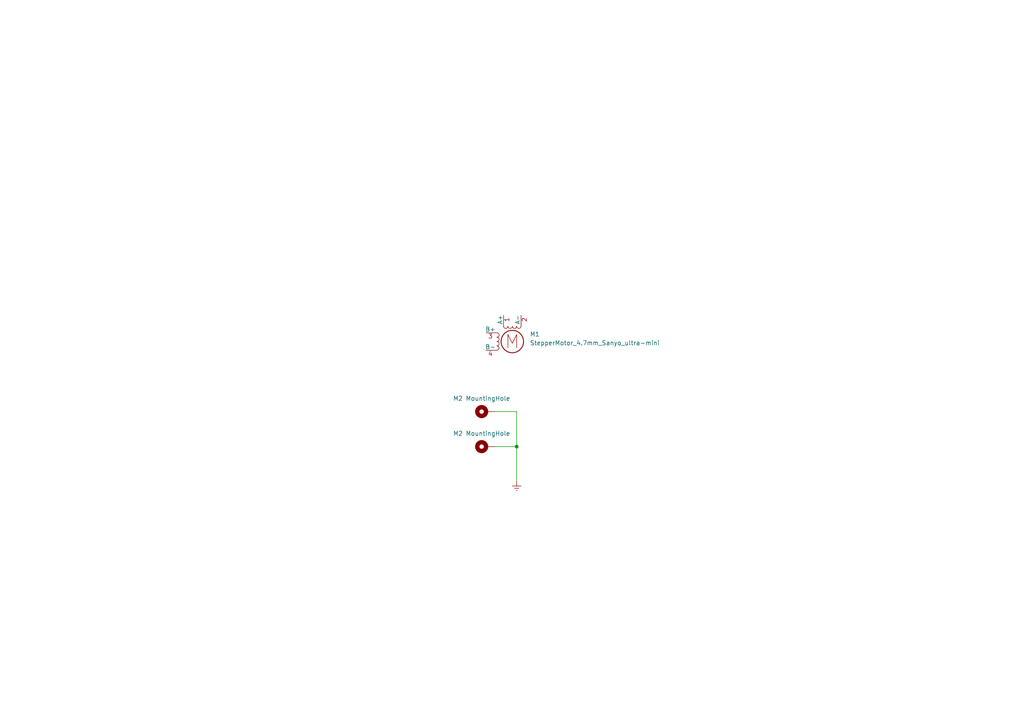
<source format=kicad_sch>
(kicad_sch
	(version 20231120)
	(generator "eeschema")
	(generator_version "8.0")
	(uuid "e7c24600-e1d4-4e1e-8b2a-6e1d00e73a4d")
	(paper "A4")
	(title_block
		(title "StepperMotorMount")
		(date "2024-11-18")
		(rev "v1.0")
		(comment 1 "A. Collins")
		(comment 2 "A.N. Approver")
		(comment 3 "DRAFT")
		(comment 4 "EN")
	)
	(lib_symbols
		(symbol "AC-kicad-library:StepperMotor_4.7mm_Sanyo_ultra-mini"
			(pin_names
				(offset 0)
			)
			(exclude_from_sim no)
			(in_bom yes)
			(on_board yes)
			(property "Reference" "M"
				(at 3.81 2.54 0)
				(effects
					(font
						(size 1.27 1.27)
					)
					(justify left)
				)
			)
			(property "Value" "StepperMotor_4.7mm_Sanyo_ultra-mini"
				(at 3.81 1.27 0)
				(effects
					(font
						(size 1.27 1.27)
					)
					(justify left top)
				)
			)
			(property "Footprint" "AC-kicad-library:StepperMotor_4.7mm_Sanyo_ultra-mini"
				(at 0.254 -6.35 0)
				(effects
					(font
						(size 1.27 1.27)
					)
					(hide yes)
				)
			)
			(property "Datasheet" "https://www.aliexpress.com/item/1005005998173233.html"
				(at 2.54 -11.43 0)
				(effects
					(font
						(size 1.27 1.27)
					)
					(hide yes)
				)
			)
			(property "Description" "StepperMotor_4.7mm_Sanyo_ultra-mini 4-wire bipolar stepper motor"
				(at 1.524 -8.89 0)
				(effects
					(font
						(size 1.27 1.27)
					)
					(hide yes)
				)
			)
			(property "ki_keywords" "bipolar stepper motor mini"
				(at 0 0 0)
				(effects
					(font
						(size 1.27 1.27)
					)
					(hide yes)
				)
			)
			(property "ki_fp_filters" "PinHeader*P2.54mm*Vertical* TerminalBlock* Motor* Stepper*"
				(at 0 0 0)
				(effects
					(font
						(size 1.27 1.27)
					)
					(hide yes)
				)
			)
			(symbol "StepperMotor_4.7mm_Sanyo_ultra-mini_0_0"
				(polyline
					(pts
						(xy -1.27 -1.778) (xy -1.27 2.032) (xy 0 -0.508) (xy 1.27 2.032) (xy 1.27 -1.778)
					)
					(stroke
						(width 0)
						(type default)
					)
					(fill
						(type none)
					)
				)
			)
			(symbol "StepperMotor_4.7mm_Sanyo_ultra-mini_0_1"
				(arc
					(start -4.445 -2.54)
					(mid -3.8127 -1.905)
					(end -4.445 -1.27)
					(stroke
						(width 0)
						(type default)
					)
					(fill
						(type none)
					)
				)
				(arc
					(start -4.445 -1.27)
					(mid -3.8127 -0.635)
					(end -4.445 0)
					(stroke
						(width 0)
						(type default)
					)
					(fill
						(type none)
					)
				)
				(arc
					(start -4.445 0)
					(mid -3.8127 0.635)
					(end -4.445 1.27)
					(stroke
						(width 0)
						(type default)
					)
					(fill
						(type none)
					)
				)
				(arc
					(start -4.445 1.27)
					(mid -3.8127 1.905)
					(end -4.445 2.54)
					(stroke
						(width 0)
						(type default)
					)
					(fill
						(type none)
					)
				)
				(arc
					(start -2.54 4.445)
					(mid -1.905 3.8127)
					(end -1.27 4.445)
					(stroke
						(width 0)
						(type default)
					)
					(fill
						(type none)
					)
				)
				(arc
					(start -1.27 4.445)
					(mid -0.635 3.8127)
					(end 0 4.445)
					(stroke
						(width 0)
						(type default)
					)
					(fill
						(type none)
					)
				)
				(polyline
					(pts
						(xy -5.08 -2.54) (xy -4.445 -2.54)
					)
					(stroke
						(width 0)
						(type default)
					)
					(fill
						(type none)
					)
				)
				(polyline
					(pts
						(xy -5.08 2.54) (xy -4.445 2.54)
					)
					(stroke
						(width 0)
						(type default)
					)
					(fill
						(type none)
					)
				)
				(polyline
					(pts
						(xy -2.54 5.08) (xy -2.54 4.445)
					)
					(stroke
						(width 0)
						(type default)
					)
					(fill
						(type none)
					)
				)
				(polyline
					(pts
						(xy 2.54 5.08) (xy 2.54 4.445)
					)
					(stroke
						(width 0)
						(type default)
					)
					(fill
						(type none)
					)
				)
				(circle
					(center 0 0)
					(radius 3.2512)
					(stroke
						(width 0.254)
						(type default)
					)
					(fill
						(type none)
					)
				)
				(arc
					(start 0 4.445)
					(mid 0.635 3.8127)
					(end 1.27 4.445)
					(stroke
						(width 0)
						(type default)
					)
					(fill
						(type none)
					)
				)
				(arc
					(start 1.27 4.445)
					(mid 1.905 3.8127)
					(end 2.54 4.445)
					(stroke
						(width 0)
						(type default)
					)
					(fill
						(type none)
					)
				)
			)
			(symbol "StepperMotor_4.7mm_Sanyo_ultra-mini_1_1"
				(pin passive line
					(at -2.54 7.62 270)
					(length 2.54)
					(name "A+"
						(effects
							(font
								(size 1.27 1.27)
							)
						)
					)
					(number "1"
						(effects
							(font
								(size 1.27 1.27)
							)
						)
					)
				)
				(pin passive line
					(at 2.54 7.62 270)
					(length 2.54)
					(name "A-"
						(effects
							(font
								(size 1.27 1.27)
							)
						)
					)
					(number "2"
						(effects
							(font
								(size 1.27 1.27)
							)
						)
					)
				)
				(pin passive line
					(at -7.62 2.54 0)
					(length 2.54)
					(name "B+"
						(effects
							(font
								(size 1.27 1.27)
							)
						)
					)
					(number "3"
						(effects
							(font
								(size 1.27 1.27)
							)
						)
					)
				)
				(pin passive line
					(at -7.62 -2.54 0)
					(length 2.54)
					(name "B-"
						(effects
							(font
								(size 1.27 1.27)
							)
						)
					)
					(number "4"
						(effects
							(font
								(size 1.27 1.27)
							)
						)
					)
				)
			)
		)
		(symbol "Mechanical:MountingHole_Pad"
			(pin_numbers hide)
			(pin_names
				(offset 1.016) hide)
			(exclude_from_sim yes)
			(in_bom no)
			(on_board yes)
			(property "Reference" "H"
				(at 0 6.35 0)
				(effects
					(font
						(size 1.27 1.27)
					)
				)
			)
			(property "Value" "MountingHole_Pad"
				(at 0 4.445 0)
				(effects
					(font
						(size 1.27 1.27)
					)
				)
			)
			(property "Footprint" ""
				(at 0 0 0)
				(effects
					(font
						(size 1.27 1.27)
					)
					(hide yes)
				)
			)
			(property "Datasheet" "~"
				(at 0 0 0)
				(effects
					(font
						(size 1.27 1.27)
					)
					(hide yes)
				)
			)
			(property "Description" "Mounting Hole with connection"
				(at 0 0 0)
				(effects
					(font
						(size 1.27 1.27)
					)
					(hide yes)
				)
			)
			(property "ki_keywords" "mounting hole"
				(at 0 0 0)
				(effects
					(font
						(size 1.27 1.27)
					)
					(hide yes)
				)
			)
			(property "ki_fp_filters" "MountingHole*Pad*"
				(at 0 0 0)
				(effects
					(font
						(size 1.27 1.27)
					)
					(hide yes)
				)
			)
			(symbol "MountingHole_Pad_0_1"
				(circle
					(center 0 1.27)
					(radius 1.27)
					(stroke
						(width 1.27)
						(type default)
					)
					(fill
						(type none)
					)
				)
			)
			(symbol "MountingHole_Pad_1_1"
				(pin input line
					(at 0 -2.54 90)
					(length 2.54)
					(name "1"
						(effects
							(font
								(size 1.27 1.27)
							)
						)
					)
					(number "1"
						(effects
							(font
								(size 1.27 1.27)
							)
						)
					)
				)
			)
		)
		(symbol "power:Earth"
			(power)
			(pin_numbers hide)
			(pin_names
				(offset 0) hide)
			(exclude_from_sim no)
			(in_bom yes)
			(on_board yes)
			(property "Reference" "#PWR"
				(at 0 -6.35 0)
				(effects
					(font
						(size 1.27 1.27)
					)
					(hide yes)
				)
			)
			(property "Value" "Earth"
				(at 0 -3.81 0)
				(effects
					(font
						(size 1.27 1.27)
					)
				)
			)
			(property "Footprint" ""
				(at 0 0 0)
				(effects
					(font
						(size 1.27 1.27)
					)
					(hide yes)
				)
			)
			(property "Datasheet" "~"
				(at 0 0 0)
				(effects
					(font
						(size 1.27 1.27)
					)
					(hide yes)
				)
			)
			(property "Description" "Power symbol creates a global label with name \"Earth\""
				(at 0 0 0)
				(effects
					(font
						(size 1.27 1.27)
					)
					(hide yes)
				)
			)
			(property "ki_keywords" "global ground gnd"
				(at 0 0 0)
				(effects
					(font
						(size 1.27 1.27)
					)
					(hide yes)
				)
			)
			(symbol "Earth_0_1"
				(polyline
					(pts
						(xy -0.635 -1.905) (xy 0.635 -1.905)
					)
					(stroke
						(width 0)
						(type default)
					)
					(fill
						(type none)
					)
				)
				(polyline
					(pts
						(xy -0.127 -2.54) (xy 0.127 -2.54)
					)
					(stroke
						(width 0)
						(type default)
					)
					(fill
						(type none)
					)
				)
				(polyline
					(pts
						(xy 0 -1.27) (xy 0 0)
					)
					(stroke
						(width 0)
						(type default)
					)
					(fill
						(type none)
					)
				)
				(polyline
					(pts
						(xy 1.27 -1.27) (xy -1.27 -1.27)
					)
					(stroke
						(width 0)
						(type default)
					)
					(fill
						(type none)
					)
				)
			)
			(symbol "Earth_1_1"
				(pin power_in line
					(at 0 0 270)
					(length 0)
					(name "~"
						(effects
							(font
								(size 1.27 1.27)
							)
						)
					)
					(number "1"
						(effects
							(font
								(size 1.27 1.27)
							)
						)
					)
				)
			)
		)
	)
	(junction
		(at 149.86 129.54)
		(diameter 0)
		(color 0 0 0 0)
		(uuid "691694ed-e6bd-4620-974b-bf66cb12fcd6")
	)
	(wire
		(pts
			(xy 149.86 129.54) (xy 143.51 129.54)
		)
		(stroke
			(width 0)
			(type default)
		)
		(uuid "3d1d86b1-382d-4084-bd89-6aba0bf6c233")
	)
	(wire
		(pts
			(xy 149.86 119.38) (xy 143.51 119.38)
		)
		(stroke
			(width 0)
			(type default)
		)
		(uuid "43396cab-f3e3-4e54-8124-e99024961156")
	)
	(wire
		(pts
			(xy 149.86 129.54) (xy 149.86 139.7)
		)
		(stroke
			(width 0)
			(type default)
		)
		(uuid "d1d33e56-db2d-4b1c-8974-727754f1247a")
	)
	(wire
		(pts
			(xy 149.86 119.38) (xy 149.86 129.54)
		)
		(stroke
			(width 0)
			(type default)
		)
		(uuid "f40df5e1-ea66-46b7-a389-799137434478")
	)
	(symbol
		(lib_id "Mechanical:MountingHole_Pad")
		(at 140.97 119.38 90)
		(unit 1)
		(exclude_from_sim yes)
		(in_bom no)
		(on_board yes)
		(dnp no)
		(fields_autoplaced yes)
		(uuid "27ba466f-de9a-4d99-a177-51cc1b2a61b5")
		(property "Reference" "H1"
			(at 139.7 113.03 90)
			(effects
				(font
					(size 1.27 1.27)
				)
				(hide yes)
			)
		)
		(property "Value" "M2 MountingHole"
			(at 139.7 115.57 90)
			(effects
				(font
					(size 1.27 1.27)
				)
			)
		)
		(property "Footprint" "MountingHole:MountingHole_2.2mm_M2_ISO7380_Pad"
			(at 140.97 119.38 0)
			(effects
				(font
					(size 1.27 1.27)
				)
				(hide yes)
			)
		)
		(property "Datasheet" "~"
			(at 140.97 119.38 0)
			(effects
				(font
					(size 1.27 1.27)
				)
				(hide yes)
			)
		)
		(property "Description" "Mounting Hole with connection"
			(at 140.97 119.38 0)
			(effects
				(font
					(size 1.27 1.27)
				)
				(hide yes)
			)
		)
		(property "Notes" ""
			(at 140.97 119.38 0)
			(effects
				(font
					(size 1.27 1.27)
				)
				(hide yes)
			)
		)
		(property "Tolerance" ""
			(at 140.97 119.38 0)
			(effects
				(font
					(size 1.27 1.27)
				)
				(hide yes)
			)
		)
		(pin "1"
			(uuid "f03b77d7-f520-4697-841b-e5726535e2a1")
		)
		(instances
			(project "StepperAdapterMount"
				(path "/e7c24600-e1d4-4e1e-8b2a-6e1d00e73a4d"
					(reference "H1")
					(unit 1)
				)
			)
		)
	)
	(symbol
		(lib_id "AC-kicad-library:StepperMotor_4.7mm_Sanyo_ultra-mini")
		(at 148.59 99.06 0)
		(unit 1)
		(exclude_from_sim no)
		(in_bom yes)
		(on_board yes)
		(dnp no)
		(fields_autoplaced yes)
		(uuid "29baf988-774f-4735-ae34-01b6f12a3a65")
		(property "Reference" "M1"
			(at 153.67 96.939 0)
			(effects
				(font
					(size 1.27 1.27)
				)
				(justify left)
			)
		)
		(property "Value" "StepperMotor_4.7mm_Sanyo_ultra-mini"
			(at 153.67 99.479 0)
			(effects
				(font
					(size 1.27 1.27)
				)
				(justify left)
			)
		)
		(property "Footprint" "AC-kicad-library:StepperMotor_4.7mm_Sanyo_ultra-mini"
			(at 148.844 105.41 0)
			(effects
				(font
					(size 1.27 1.27)
				)
				(hide yes)
			)
		)
		(property "Datasheet" "https://www.aliexpress.com/item/1005005998173233.html"
			(at 148.844 99.314 0)
			(effects
				(font
					(size 1.27 1.27)
				)
				(hide yes)
			)
		)
		(property "Description" "StepperMotor_4.7mm_Sanyo_ultra-mini 4-wire bipolar stepper motor"
			(at 150.114 107.95 0)
			(effects
				(font
					(size 1.27 1.27)
				)
				(hide yes)
			)
		)
		(pin "2"
			(uuid "f751b5c0-3c40-4068-8c7f-a06eecb6fd78")
		)
		(pin "3"
			(uuid "e6a67c2e-34b3-4194-938a-401c589e0971")
		)
		(pin "4"
			(uuid "47676e21-785b-4ae5-b35b-b2b52a019034")
		)
		(pin "1"
			(uuid "87d3bd19-c27e-4181-aba3-6d95f72c53db")
		)
		(instances
			(project ""
				(path "/e7c24600-e1d4-4e1e-8b2a-6e1d00e73a4d"
					(reference "M1")
					(unit 1)
				)
			)
		)
	)
	(symbol
		(lib_id "Mechanical:MountingHole_Pad")
		(at 140.97 129.54 90)
		(unit 1)
		(exclude_from_sim yes)
		(in_bom no)
		(on_board yes)
		(dnp no)
		(fields_autoplaced yes)
		(uuid "a68b86a2-e1a0-4dd4-95e6-2126f0c2e03d")
		(property "Reference" "H2"
			(at 139.7 123.19 90)
			(effects
				(font
					(size 1.27 1.27)
				)
				(hide yes)
			)
		)
		(property "Value" "M2 MountingHole"
			(at 139.7 125.73 90)
			(effects
				(font
					(size 1.27 1.27)
				)
			)
		)
		(property "Footprint" "MountingHole:MountingHole_2.2mm_M2_ISO7380_Pad"
			(at 140.97 129.54 0)
			(effects
				(font
					(size 1.27 1.27)
				)
				(hide yes)
			)
		)
		(property "Datasheet" "~"
			(at 140.97 129.54 0)
			(effects
				(font
					(size 1.27 1.27)
				)
				(hide yes)
			)
		)
		(property "Description" "Mounting Hole with connection"
			(at 140.97 129.54 0)
			(effects
				(font
					(size 1.27 1.27)
				)
				(hide yes)
			)
		)
		(property "Notes" ""
			(at 140.97 129.54 0)
			(effects
				(font
					(size 1.27 1.27)
				)
				(hide yes)
			)
		)
		(property "Tolerance" ""
			(at 140.97 129.54 0)
			(effects
				(font
					(size 1.27 1.27)
				)
				(hide yes)
			)
		)
		(pin "1"
			(uuid "5ded852b-be59-4910-b387-d728ccfc18da")
		)
		(instances
			(project ""
				(path "/e7c24600-e1d4-4e1e-8b2a-6e1d00e73a4d"
					(reference "H2")
					(unit 1)
				)
			)
		)
	)
	(symbol
		(lib_id "power:Earth")
		(at 149.86 139.7 0)
		(unit 1)
		(exclude_from_sim no)
		(in_bom yes)
		(on_board yes)
		(dnp no)
		(fields_autoplaced yes)
		(uuid "bfac11ca-2ab9-49ab-a8ea-95eca797dc57")
		(property "Reference" "#PWR01"
			(at 149.86 146.05 0)
			(effects
				(font
					(size 1.27 1.27)
				)
				(hide yes)
			)
		)
		(property "Value" "Earth"
			(at 149.86 144.78 0)
			(effects
				(font
					(size 1.27 1.27)
				)
				(hide yes)
			)
		)
		(property "Footprint" ""
			(at 149.86 139.7 0)
			(effects
				(font
					(size 1.27 1.27)
				)
				(hide yes)
			)
		)
		(property "Datasheet" "~"
			(at 149.86 139.7 0)
			(effects
				(font
					(size 1.27 1.27)
				)
				(hide yes)
			)
		)
		(property "Description" "Power symbol creates a global label with name \"Earth\""
			(at 149.86 139.7 0)
			(effects
				(font
					(size 1.27 1.27)
				)
				(hide yes)
			)
		)
		(pin "1"
			(uuid "f570b423-035a-4831-90e5-1dd0bc13d80e")
		)
		(instances
			(project ""
				(path "/e7c24600-e1d4-4e1e-8b2a-6e1d00e73a4d"
					(reference "#PWR01")
					(unit 1)
				)
			)
		)
	)
	(sheet_instances
		(path "/"
			(page "1")
		)
	)
)

</source>
